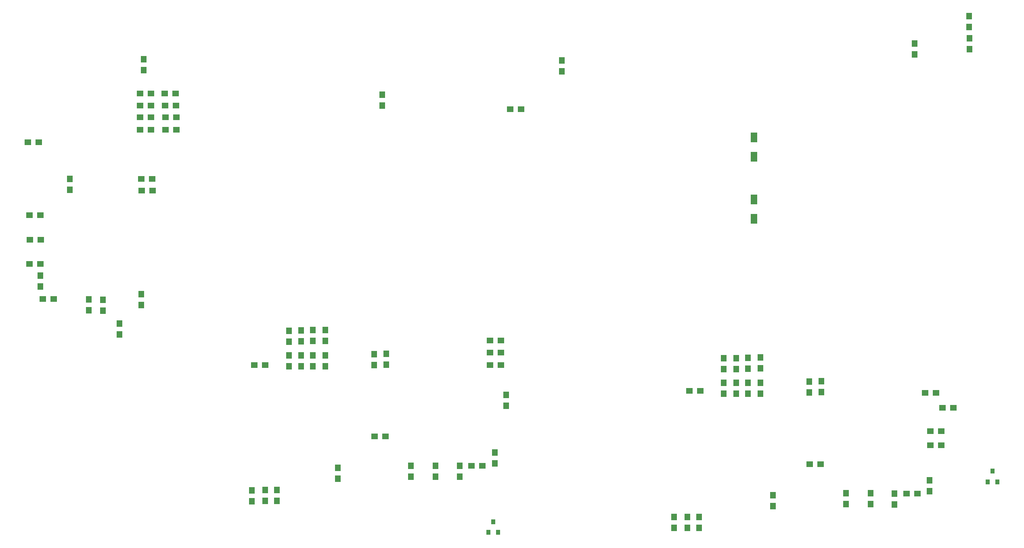
<source format=gbr>
G04 EasyPC Gerber Version 21.0.3 Build 4286 *
G04 #@! TF.Part,Single*
G04 #@! TF.FileFunction,Paste,Top *
G04 #@! TF.FilePolarity,Positive *
%FSLAX35Y35*%
%MOIN*%
G04 #@! TA.AperFunction,SMDPad*
%ADD151R,0.03400X0.04200*%
%ADD80R,0.04900X0.05400*%
%ADD150R,0.05502X0.08061*%
%ADD79R,0.05400X0.04900*%
X0Y0D02*
D02*
D79*
X71734Y439423D03*
X73211Y339030D03*
X73309Y379187D03*
X73407Y358911D03*
X80734Y439423D03*
X82211Y339030D03*
X82309Y379187D03*
X82407Y358911D03*
X84136Y309994D03*
X93136D03*
X164648Y449758D03*
Y460191D03*
Y469935D03*
Y479974D03*
X165730Y409404D03*
X165927Y399561D03*
X173648Y449758D03*
Y460191D03*
Y469935D03*
Y479974D03*
X174730Y409404D03*
X174927Y399561D03*
X185022Y479974D03*
X185219Y469935D03*
X185514Y460093D03*
X185711Y449758D03*
X194022Y479974D03*
X194219Y469935D03*
X194514Y460093D03*
X194711Y449758D03*
X258939Y255171D03*
X267939D03*
X358152Y196215D03*
X367152D03*
X438270Y171904D03*
X447270D03*
X453427Y265506D03*
X453526Y255171D03*
Y275545D03*
X462427Y265506D03*
X462526Y255171D03*
Y275545D03*
X470258Y466785D03*
X479258D03*
X618191Y233911D03*
X627191D03*
X717404Y173380D03*
X726404D03*
X797522Y149069D03*
X806522D03*
X812778Y232337D03*
X817207Y188931D03*
X817305Y200644D03*
X821778Y232337D03*
X826207Y188931D03*
X826305Y200644D03*
X827246Y219935D03*
X836246D03*
D02*
D80*
X82238Y320159D03*
Y329159D03*
X106549Y400278D03*
Y409278D03*
X122100Y300474D03*
Y309474D03*
X133813Y300376D03*
Y309376D03*
X147593Y280494D03*
Y289494D03*
X165506Y304904D03*
Y313904D03*
X167573Y499195D03*
Y508195D03*
X257041Y142699D03*
Y151699D03*
X267868Y142797D03*
Y151797D03*
X277514Y142896D03*
Y151896D03*
X287455Y254313D03*
Y263313D03*
Y274687D03*
Y283687D03*
X297494Y254313D03*
Y263313D03*
Y274884D03*
Y283884D03*
X307238Y254313D03*
Y263313D03*
X307337Y275179D03*
Y284179D03*
X317671Y254313D03*
Y263313D03*
Y275376D03*
Y284376D03*
X328006Y161400D03*
Y170400D03*
X358026Y255396D03*
Y264396D03*
X364719Y469864D03*
Y478864D03*
X367868Y255593D03*
Y264593D03*
X388242Y162974D03*
Y171974D03*
X408518Y163073D03*
Y172073D03*
X428400Y162876D03*
Y171876D03*
X457435Y173801D03*
Y182801D03*
X466884Y221537D03*
Y230537D03*
X512848Y498407D03*
Y507407D03*
X605663Y120455D03*
Y129455D03*
X616490Y120553D03*
Y129553D03*
X626136Y120652D03*
Y129652D03*
X646707Y231478D03*
Y240478D03*
Y251852D03*
Y260852D03*
X656746Y231478D03*
Y240478D03*
Y252049D03*
Y261049D03*
X666490Y231478D03*
Y240478D03*
X666589Y252344D03*
Y261344D03*
X676923Y231478D03*
Y240478D03*
Y252541D03*
Y261541D03*
X687258Y138565D03*
Y147565D03*
X717278Y232561D03*
Y241561D03*
X727120Y232758D03*
Y241758D03*
X747494Y140140D03*
Y149140D03*
X767770Y140238D03*
Y149238D03*
X787652Y140041D03*
Y149041D03*
X804187Y512089D03*
Y521089D03*
X816687Y150967D03*
Y159967D03*
X849167Y534923D03*
Y543923D03*
X849463Y516715D03*
Y525715D03*
D02*
D150*
X671451Y427474D03*
Y443616D03*
X671549Y376096D03*
Y392238D03*
D02*
D151*
X452156Y116816D03*
X456156Y125516D03*
X460156Y116816D03*
X864656Y158745D03*
X868656Y167445D03*
X872656Y158745D03*
X0Y0D02*
M02*

</source>
